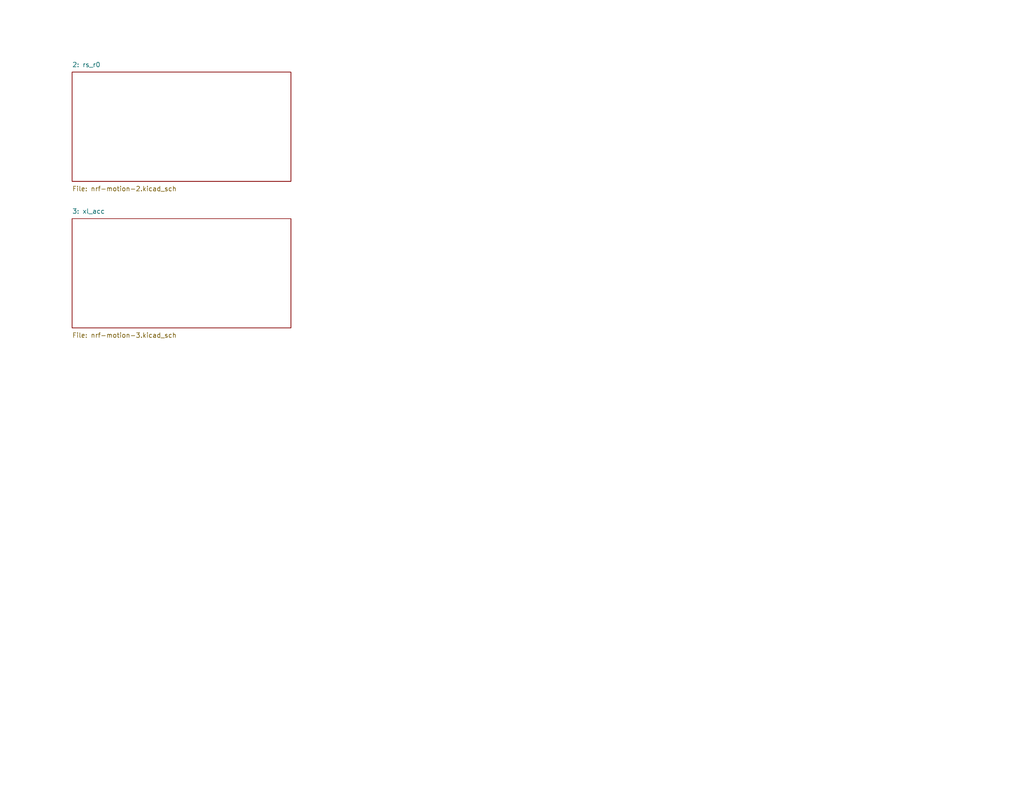
<source format=kicad_sch>
(kicad_sch (version 20230121) (generator jitx)
  (paper "A")
  (lib_symbols
    (symbol "GND"
      (property "Value" "GND" (at -2.54 -2.54 0.0))
      (symbol "GND_1_0"
        (pin power_in line (at 0.0 0.0 270) (length 0.0) (name "GND") (number "~"))
        (polyline (pts (xy 0.0 0.0) (xy 0.0 -1.27)) (stroke (width 0.127)))
        (polyline (pts (xy -1.27 -1.27) (xy 1.27 -1.27)) (stroke (width 0.254)))
        (polyline (pts (xy -0.762 -1.778) (xy 0.762 -1.778)) (stroke (width 0.254)))
        (polyline (pts (xy -0.254 -2.286) (xy 0.254 -2.286)) (stroke (width 0.254)))
      )
    )
    (symbol "VDD"
      (property "Value" "VDD" (at -2.54 2.54 0.0))
      (symbol "VDD_1_0"
        (pin power_in line (at 0.0 0.0 90) (length 0.0) (name "VDD") (number "~"))
        (polyline (pts (xy 0.0 0.0) (xy 0.0 0.635)) (stroke (width 0.127)))
        (polyline (pts (xy 0.0 1.905) (xy -0.635 0.635) (xy 0.635 0.635) (xy 0.0 1.905)) (stroke (width 0.0)) (fill (type background)))
      )
    )
    (symbol "ALTIUM_POWER_ARROW"
      (property "Value" "ALTIUM_POWER_ARROW" (at 2.54 -0.508 0.0))
      (symbol "ALTIUM_POWER_ARROW_1_0"
        (pin unspecified line (at 0.0 0.0 0) (length 0.0) (name "0") (number "~"))
        (polyline (pts (xy 0.0 0.0) (xy 1.27 0.0)) (stroke (width 0.127)))
        (polyline (pts (xy 2.794 0.0) (xy 1.27 0.762) (xy 1.27 -0.762) (xy 2.794 0.0)) (stroke (width 0.0)) (fill (type background)))
      )
    )
    (symbol "box_symbol_6L_1R_0T_0B"
      (property "Reference" "U" (at -6.35 8.982 0.0))
      (property "Value" "box_symbol_6L_1R_0T_0B" (at -6.35 7.92 0.0))
      (symbol "box_symbol_6L_1R_0T_0B_1_0"
        (pin unspecified line (at -8.89 6.35 0) (length 2.54) (name "L0") (number "~"))
        (pin unspecified line (at -8.89 3.81 0) (length 2.54) (name "L1") (number "~"))
        (pin unspecified line (at -8.89 1.27 0) (length 2.54) (name "L2") (number "~"))
        (pin unspecified line (at -8.89 -1.27 0) (length 2.54) (name "L3") (number "~"))
        (pin unspecified line (at -8.89 -3.81 0) (length 2.54) (name "L4") (number "~"))
        (pin unspecified line (at -8.89 -6.35 0) (length 2.54) (name "L5") (number "~"))
        (pin unspecified line (at 8.89 0.0 180) (length 2.54) (name "R0") (number "~"))
        (rectangle (start -6.35 -7.62) (end 6.35 7.62) (stroke (width 0.0)) (fill (type background)))
      )
    )
    (symbol "crystal_sym"
      (property "Reference" "U" (at 2.54 1.27 0.0))
      (property "Value" "crystal_sym" (at 2.54 0.508 0.0))
      (symbol "crystal_sym_1_0"
        (pin unspecified line (at -2.54 0.0 0) (length 0.0) (name "1") (number "~"))
        (pin unspecified line (at 2.54 0.0 270) (length 0.0) (name "2") (number "~"))
        (pin unspecified line (at 0.0 -5.08 90) (length 0.0) (name "gnd") (number "~"))
        (polyline (pts (xy -2.54 0.0) (xy -1.27 0.0)) (stroke (width 0.127)))
        (polyline (pts (xy -1.27 -1.27) (xy -1.27 1.27)) (stroke (width 0.254)))
        (rectangle (start -0.635 -1.27) (end 0.635 1.27) (stroke (width 0.0)) (fill (type background)))
        (polyline (pts (xy 1.27 -1.27) (xy 1.27 1.27)) (stroke (width 0.254)))
        (polyline (pts (xy 1.27 0.0) (xy 2.54 0.0)) (stroke (width 0.127)))
        (polyline (pts (xy 1.27 -2.54) (xy -1.27 -2.54)) (stroke (width 0.254)))
        (polyline (pts (xy 0.0 -2.54) (xy 0.0 -5.08)) (stroke (width 0.127)))
      )
    )
    (symbol "inductor_sym"
      (property "Reference" "U" (at 1.27 1.27 0.0))
      (property "Value" "inductor_sym" (at 1.27 -1.27 0.0))
      (symbol "inductor_sym_1_0"
        (pin unspecified line (at 0.0 -2.54 90) (length 0.0) (name "1") (number "~"))
        (pin unspecified line (at 0.0 2.54 270) (length 0.0) (name "2") (number "~"))
        (polyline (pts (xy 0.0 -2.54) (xy 0.0 -1.905)) (stroke (width 0.127)))
        (polyline (pts (xy 0.0 1.905) (xy 0.0 2.54)) (stroke (width 0.127)))
        (polyline (pts (xy 3.88825358729285e-17 1.905) (xy -0.196225791428092 1.87392088784742) (xy -0.37324363520572 1.78372579142809) (xy -0.513725791428092 1.64324363520572) (xy -0.603920887847422 1.46622579142809) (xy -0.635 1.27) (xy -0.603920887847423 1.07377420857191) (xy -0.513725791428092 0.89675636479428) (xy -0.373243635205721 0.756274208571908) (xy -0.196225791428092 0.666079112152577) (xy -1.16647607618785e-16 0.635)) (stroke (width 0.254)))
        (polyline (pts (xy 3.88825358729285e-17 0.635) (xy -0.196225791428092 0.603920887847423) (xy -0.37324363520572 0.513725791428092) (xy -0.513725791428092 0.373243635205721) (xy -0.603920887847422 0.196225791428092) (xy -0.635 7.77650717458569e-17) (xy -0.603920887847423 -0.196225791428092) (xy -0.513725791428092 -0.37324363520572) (xy -0.373243635205721 -0.513725791428092) (xy -0.196225791428092 -0.603920887847422) (xy -1.16647607618785e-16 -0.635)) (stroke (width 0.254)))
        (polyline (pts (xy 3.88825358729285e-17 -0.635) (xy -0.196225791428092 -0.666079112152577) (xy -0.37324363520572 -0.756274208571908) (xy -0.513725791428092 -0.896756364794279) (xy -0.603920887847422 -1.07377420857191) (xy -0.635 -1.27) (xy -0.603920887847423 -1.46622579142809) (xy -0.513725791428092 -1.64324363520572) (xy -0.373243635205721 -1.78372579142809) (xy -0.196225791428092 -1.87392088784742) (xy -1.16647607618785e-16 -1.905)) (stroke (width 0.254)))
      )
    )
    (symbol "ALTIUM_POWER_GND_POWER"
      (property "Value" "ALTIUM_POWER_GND_POWER" (at 2.54 -1.016 0.0))
      (symbol "ALTIUM_POWER_GND_POWER_1_0"
        (pin unspecified line (at 0.0 0.0 0) (length 0.0) (name "0") (number "~"))
        (polyline (pts (xy 0.0 0.0) (xy 1.27 0.0)) (stroke (width 0.127)))
        (polyline (pts (xy 1.27 -1.397) (xy 1.27 1.397)) (stroke (width 0.254)))
        (polyline (pts (xy 1.69545 -1.0922) (xy 1.69545 1.0922)) (stroke (width 0.254)))
        (polyline (pts (xy 2.11455 -0.762) (xy 2.11455 0.762)) (stroke (width 0.254)))
        (polyline (pts (xy 2.54 -0.4572) (xy 2.54 0.4572)) (stroke (width 0.254)))
      )
    )
    (symbol "capacitor_sym"
      (property "Reference" "U" (at 1.27 1.27 0.0))
      (property "Value" "capacitor_sym" (at 1.27 -1.27 0.0))
      (symbol "capacitor_sym_1_0"
        (pin unspecified line (at 0.0 2.54 270) (length 0.0) (name "1") (number "~"))
        (pin unspecified line (at 0.0 -2.54 90) (length 0.0) (name "2") (number "~"))
        (polyline (pts (xy 0.0 2.54) (xy 0.0 0.508)) (stroke (width 0.127)))
        (polyline (pts (xy -1.27 0.508) (xy 1.27 0.508)) (stroke (width 0.254)))
        (polyline (pts (xy 0.0 -0.508) (xy 0.0 -2.54)) (stroke (width 0.127)))
        (polyline (pts (xy -1.27 -0.508) (xy 1.27 -0.508)) (stroke (width 0.254)))
      )
    )
    (symbol "box_symbol_0L_32R_0T_0B"
      (property "Reference" "U" (at -6.35 42.002 0.0))
      (property "Value" "box_symbol_0L_32R_0T_0B" (at -6.35 40.94 0.0))
      (symbol "box_symbol_0L_32R_0T_0B_1_0"
        (pin unspecified line (at 8.89 39.37 180) (length 2.54) (name "R0") (number "~"))
        (pin unspecified line (at 8.89 36.83 180) (length 2.54) (name "R1") (number "~"))
        (pin unspecified line (at 8.89 34.29 180) (length 2.54) (name "R2") (number "~"))
        (pin unspecified line (at 8.89 31.75 180) (length 2.54) (name "R3") (number "~"))
        (pin unspecified line (at 8.89 29.21 180) (length 2.54) (name "R4") (number "~"))
        (pin unspecified line (at 8.89 26.67 180) (length 2.54) (name "R5") (number "~"))
        (pin unspecified line (at 8.89 24.13 180) (length 2.54) (name "R6") (number "~"))
        (pin unspecified line (at 8.89 21.59 180) (length 2.54) (name "R7") (number "~"))
        (pin unspecified line (at 8.89 19.05 180) (length 2.54) (name "R8") (number "~"))
        (pin unspecified line (at 8.89 16.51 180) (length 2.54) (name "R9") (number "~"))
        (pin unspecified line (at 8.89 13.97 180) (length 2.54) (name "R10") (number "~"))
        (pin unspecified line (at 8.89 11.43 180) (length 2.54) (name "R11") (number "~"))
        (pin unspecified line (at 8.89 8.89 180) (length 2.54) (name "R12") (number "~"))
        (pin unspecified line (at 8.89 6.34999999999999 180) (length 2.54) (name "R13") (number "~"))
        (pin unspecified line (at 8.89 3.81 180) (length 2.54) (name "R14") (number "~"))
        (pin unspecified line (at 8.89 1.27 180) (length 2.54) (name "R15") (number "~"))
        (pin unspecified line (at 8.89 -1.27 180) (length 2.54) (name "R16") (number "~"))
        (pin unspecified line (at 8.89 -3.81 180) (length 2.54) (name "R17") (number "~"))
        (pin unspecified line (at 8.89 -6.35 180) (length 2.54) (name "R18") (number "~"))
        (pin unspecified line (at 8.89 -8.89 180) (length 2.54) (name "R19") (number "~"))
        (pin unspecified line (at 8.89 -11.43 180) (length 2.54) (name "R20") (number "~"))
        (pin unspecified line (at 8.89 -13.97 180) (length 2.54) (name "R21") (number "~"))
        (pin unspecified line (at 8.89 -16.51 180) (length 2.54) (name "R22") (number "~"))
        (pin unspecified line (at 8.89 -19.05 180) (length 2.54) (name "R23") (number "~"))
        (pin unspecified line (at 8.89 -21.59 180) (length 2.54) (name "R24") (number "~"))
        (pin unspecified line (at 8.89 -24.13 180) (length 2.54) (name "R25") (number "~"))
        (pin unspecified line (at 8.89 -26.67 180) (length 2.54) (name "R26") (number "~"))
        (pin unspecified line (at 8.89 -29.21 180) (length 2.54) (name "R27") (number "~"))
        (pin unspecified line (at 8.89 -31.75 180) (length 2.54) (name "R28") (number "~"))
        (pin unspecified line (at 8.89 -34.29 180) (length 2.54) (name "R29") (number "~"))
        (pin unspecified line (at 8.89 -36.83 180) (length 2.54) (name "R30") (number "~"))
        (pin unspecified line (at 8.89 -39.37 180) (length 2.54) (name "R31") (number "~"))
        (rectangle (start -6.35 -40.64) (end 6.35 40.64) (stroke (width 0.0)) (fill (type background)))
      )
    )
    (symbol "box_symbol_7L_9R_0T_2B"
      (property "Reference" "U" (at -6.35 19.142 0.0))
      (property "Value" "box_symbol_7L_9R_0T_2B" (at -6.35 18.08 0.0))
      (symbol "box_symbol_7L_9R_0T_2B_1_0"
        (pin unspecified line (at -8.89 7.62 0) (length 2.54) (name "L0") (number "~"))
        (pin unspecified line (at -8.89 5.08 0) (length 2.54) (name "L1") (number "~"))
        (pin unspecified line (at -8.89 2.54 0) (length 2.54) (name "L2") (number "~"))
        (pin unspecified line (at -8.89 0.0 0) (length 2.54) (name "L3") (number "~"))
        (pin unspecified line (at -8.89 -2.54 0) (length 2.54) (name "L4") (number "~"))
        (pin unspecified line (at -8.89 -5.08 0) (length 2.54) (name "L5") (number "~"))
        (pin unspecified line (at -8.89 -7.62 0) (length 2.54) (name "L6") (number "~"))
        (pin unspecified line (at 8.89 10.16 180) (length 2.54) (name "R0") (number "~"))
        (pin unspecified line (at 8.89 7.62 180) (length 2.54) (name "R1") (number "~"))
        (pin unspecified line (at 8.89 5.08 180) (length 2.54) (name "R2") (number "~"))
        (pin unspecified line (at 8.89 2.54 180) (length 2.54) (name "R3") (number "~"))
        (pin unspecified line (at 8.89 0.0 180) (length 2.54) (name "R4") (number "~"))
        (pin unspecified line (at 8.89 -2.54 180) (length 2.54) (name "R5") (number "~"))
        (pin unspecified line (at 8.89 -5.08 180) (length 2.54) (name "R6") (number "~"))
        (pin unspecified line (at 8.89 -7.62 180) (length 2.54) (name "R7") (number "~"))
        (pin unspecified line (at 8.89 -10.16 180) (length 2.54) (name "R8") (number "~"))
        (pin unspecified line (at -1.27 -20.32 90) (length 2.54) (name "B0") (number "~"))
        (pin unspecified line (at 1.27 -20.32 90) (length 2.54) (name "B1") (number "~"))
        (rectangle (start -6.35 -17.78) (end 6.35 17.78) (stroke (width 0.0)) (fill (type background)))
      )
    )
    (symbol "supply_sym"
      (property "Value" "supply_sym" (at -2.54 2.54 0.0))
      (symbol "supply_sym_1_0"
        (pin unspecified line (at 0.0 0.0 90) (length 0.0) (name "0") (number "~"))
        (polyline (pts (xy 0.0 0.0) (xy 0.0 0.635)) (stroke (width 0.127)))
        (polyline (pts (xy 0.0 1.905) (xy -0.635 0.635) (xy 0.635 0.635) (xy 0.0 1.905)) (stroke (width 0.0)) (fill (type background)))
      )
    )
    (symbol "ground_sym"
      (property "Value" "ground_sym" (at -2.54 -2.54 0.0))
      (symbol "ground_sym_1_0"
        (pin unspecified line (at 0.0 0.0 270) (length 0.0) (name "0") (number "~"))
        (polyline (pts (xy 0.0 0.0) (xy 0.0 -1.27)) (stroke (width 0.127)))
        (polyline (pts (xy -1.27 -1.27) (xy 1.27 -1.27)) (stroke (width 0.254)))
        (polyline (pts (xy -0.762 -1.778) (xy 0.762 -1.778)) (stroke (width 0.254)))
        (polyline (pts (xy -0.254 -2.286) (xy 0.254 -2.286)) (stroke (width 0.254)))
      )
    )
    (symbol "antenna_symbol"
      (property "Reference" "U" (at -3.81 5.08 0.0))
      (property "Value" "antenna_symbol" (at -3.81 3.81 0.0))
      (symbol "antenna_symbol_1_0"
        (pin unspecified line (at -5.08 -2.54 0) (length 2.54) (name "1") (number "~"))
        (pin unspecified line (at 7.62 0.0 180) (length 2.54) (name "2") (number "~"))
        (circle (center 0.0 0.0) (radius 2.54) (stroke (width 0.0)) (fill (type background)))
        (polyline (pts (xy 0.0 1.79578) (xy 0.0 -2.54)) (stroke (width 0.127)))
        (polyline (pts (xy 0.0 0.0) (xy 1.27 1.27)) (stroke (width 0.127)))
        (polyline (pts (xy 0.0 0.0) (xy -1.27 1.27)) (stroke (width 0.127)))
        (polyline (pts (xy 0.0 -2.54) (xy -2.54 -2.54)) (stroke (width 0.127)))
        (polyline (pts (xy 2.54 0.0) (xy 5.08 0.0)) (stroke (width 0.127)))
      )
    )
    (symbol "box_symbol_0L_16R_0T_0B"
      (property "Reference" "U" (at -6.35 21.682 0.0))
      (property "Value" "box_symbol_0L_16R_0T_0B" (at -6.35 20.62 0.0))
      (symbol "box_symbol_0L_16R_0T_0B_1_0"
        (pin unspecified line (at 8.89 19.05 180) (length 2.54) (name "R0") (number "~"))
        (pin unspecified line (at 8.89 16.51 180) (length 2.54) (name "R1") (number "~"))
        (pin unspecified line (at 8.89 13.97 180) (length 2.54) (name "R2") (number "~"))
        (pin unspecified line (at 8.89 11.43 180) (length 2.54) (name "R3") (number "~"))
        (pin unspecified line (at 8.89 8.89 180) (length 2.54) (name "R4") (number "~"))
        (pin unspecified line (at 8.89 6.35 180) (length 2.54) (name "R5") (number "~"))
        (pin unspecified line (at 8.89 3.81 180) (length 2.54) (name "R6") (number "~"))
        (pin unspecified line (at 8.89 1.27 180) (length 2.54) (name "R7") (number "~"))
        (pin unspecified line (at 8.89 -1.27 180) (length 2.54) (name "R8") (number "~"))
        (pin unspecified line (at 8.89 -3.81 180) (length 2.54) (name "R9") (number "~"))
        (pin unspecified line (at 8.89 -6.35 180) (length 2.54) (name "R10") (number "~"))
        (pin unspecified line (at 8.89 -8.89 180) (length 2.54) (name "R11") (number "~"))
        (pin unspecified line (at 8.89 -11.43 180) (length 2.54) (name "R12") (number "~"))
        (pin unspecified line (at 8.89 -13.97 180) (length 2.54) (name "R13") (number "~"))
        (pin unspecified line (at 8.89 -16.51 180) (length 2.54) (name "R14") (number "~"))
        (pin unspecified line (at 8.89 -19.05 180) (length 2.54) (name "R15") (number "~"))
        (rectangle (start -6.35 -20.32) (end 6.35 20.32) (stroke (width 0.0)) (fill (type background)))
      )
    )
    (symbol "BS_08_B2AA016"
      (property "Reference" "U" (at 0.0 3.0 0.0))
      (property "Value" "BS_08_B2AA016" (at 0.0 2.0 0.0))
      (symbol "BS_08_B2AA016_1_0"
        (pin unspecified line (at 5.08001016002032 0.0 180) (length 3.81000762001524) (name "2") (number "~"))
        (pin unspecified line (at -5.08001016002032 0.0 0) (length 3.81000762001524) (name "1") (number "~"))
        (polyline (pts (xy 1.01600203200406 1.27000254000508) (xy 1.01600203200406 -1.01600203200406)) (stroke (width 0.254000508001016)) (fill (type background)))
        (polyline (pts (xy 0.254000508001016 2.28600457200914) (xy 0.254000508001016 -1.77800355600711)) (stroke (width 0.254000508001016)) (fill (type background)))
        (polyline (pts (xy -0.508001016002032 1.27000254000508) (xy -0.508001016002032 -1.01600203200406)) (stroke (width 0.254000508001016)) (fill (type background)))
        (polyline (pts (xy -1.27000254000508 2.28600457200914) (xy -1.27000254000508 -1.77800355600711)) (stroke (width 0.254000508001016)) (fill (type background)))
      )
    )
    (symbol "resistor_sym"
      (property "Reference" "U" (at 1.27 1.27 0.0))
      (property "Value" "resistor_sym" (at 1.27 -1.27 0.0))
      (symbol "resistor_sym_1_0"
        (pin unspecified line (at 0.0 -2.54 90) (length 0.0) (name "1") (number "~"))
        (pin unspecified line (at 0.0 2.54 270) (length 0.0) (name "2") (number "~"))
        (polyline (pts (xy 0.0 -2.54) (xy 0.0 -1.5875)) (stroke (width 0.127)))
        (polyline (pts (xy 0.0 -1.5875) (xy -0.762 -1.27) (xy 0.762 -0.635) (xy -0.762 0.0) (xy 0.762 0.635) (xy -0.762 1.27) (xy 0.0 1.5875)) (stroke (width 0.254)))
        (polyline (pts (xy 0.0 1.5875) (xy 0.0 2.54)) (stroke (width 0.127)))
      )
    )
    (symbol "box_symbol_7L_3R_2T_3B"
      (property "Reference" "U" (at -6.35 16.602 0.0))
      (property "Value" "box_symbol_7L_3R_2T_3B" (at -6.35 15.54 0.0))
      (symbol "box_symbol_7L_3R_2T_3B_1_0"
        (pin unspecified line (at -8.89 7.62 0) (length 2.54) (name "L0") (number "~"))
        (pin unspecified line (at -8.89 5.08 0) (length 2.54) (name "L1") (number "~"))
        (pin unspecified line (at -8.89 2.54 0) (length 2.54) (name "L2") (number "~"))
        (pin unspecified line (at -8.89 0.0 0) (length 2.54) (name "L3") (number "~"))
        (pin unspecified line (at -8.89 -2.54 0) (length 2.54) (name "L4") (number "~"))
        (pin unspecified line (at -8.89 -5.08 0) (length 2.54) (name "L5") (number "~"))
        (pin unspecified line (at -8.89 -7.62 0) (length 2.54) (name "L6") (number "~"))
        (pin unspecified line (at 8.89 2.54 180) (length 2.54) (name "R0") (number "~"))
        (pin unspecified line (at 8.89 0.0 180) (length 2.54) (name "R1") (number "~"))
        (pin unspecified line (at 8.89 -2.54 180) (length 2.54) (name "R2") (number "~"))
        (pin unspecified line (at -1.27 17.78 270) (length 2.54) (name "T0") (number "~"))
        (pin unspecified line (at 1.27 17.78 270) (length 2.54) (name "T1") (number "~"))
        (pin unspecified line (at -2.54 -17.78 90) (length 2.54) (name "B0") (number "~"))
        (pin unspecified line (at 0.0 -17.78 90) (length 2.54) (name "B1") (number "~"))
        (pin unspecified line (at 2.54 -17.78 90) (length 2.54) (name "B2") (number "~"))
        (rectangle (start -6.35 -15.24) (end 6.35 15.24) (stroke (width 0.0)) (fill (type background)))
      )
    )
    (symbol "my_inductor"
      (property "Reference" "L" (at 1.27 1.27 0.0))
      (property "Value" "my_inductor" (at 1.27 -1.27 0.0))
      (symbol "my_inductor_1_0"
        (pin unspecified line (at 0.0 -2.54 90) (length 0.0) (name "1") (number "1"))
        (pin unspecified line (at 0.0 2.54 270) (length 0.0) (name "2") (number "2"))
        (polyline (pts (xy 0.0 -2.54) (xy 0.0 -1.905)) (stroke (width 0.127)))
        (polyline (pts (xy 0.0 1.905) (xy 0.0 2.54)) (stroke (width 0.127)))
        (polyline (pts (xy 3.88825358729285e-17 1.905) (xy -0.196225791428092 1.87392088784742) (xy -0.37324363520572 1.78372579142809) (xy -0.513725791428092 1.64324363520572) (xy -0.603920887847422 1.46622579142809) (xy -0.635 1.27) (xy -0.603920887847423 1.07377420857191) (xy -0.513725791428092 0.89675636479428) (xy -0.373243635205721 0.756274208571908) (xy -0.196225791428092 0.666079112152577) (xy -1.16647607618785e-16 0.635)) (stroke (width 0.254)))
        (polyline (pts (xy 3.88825358729285e-17 0.635) (xy -0.196225791428092 0.603920887847423) (xy -0.37324363520572 0.513725791428092) (xy -0.513725791428092 0.373243635205721) (xy -0.603920887847422 0.196225791428092) (xy -0.635 7.77650717458569e-17) (xy -0.603920887847423 -0.196225791428092) (xy -0.513725791428092 -0.37324363520572) (xy -0.373243635205721 -0.513725791428092) (xy -0.196225791428092 -0.603920887847422) (xy -1.16647607618785e-16 -0.635)) (stroke (width 0.254)))
        (polyline (pts (xy 3.88825358729285e-17 -0.635) (xy -0.196225791428092 -0.666079112152577) (xy -0.37324363520572 -0.756274208571908) (xy -0.513725791428092 -0.896756364794279) (xy -0.603920887847422 -1.07377420857191) (xy -0.635 -1.27) (xy -0.603920887847423 -1.46622579142809) (xy -0.513725791428092 -1.64324363520572) (xy -0.373243635205721 -1.78372579142809) (xy -0.196225791428092 -1.87392088784742) (xy -1.16647607618785e-16 -1.905)) (stroke (width 0.254)))
      )
    )
    (symbol "my_capacitor"
      (property "Reference" "C" (at 1.27 1.27 0.0))
      (property "Value" "my_capacitor" (at 1.27 -1.27 0.0))
      (symbol "my_capacitor_1_0"
        (pin unspecified line (at 0.0 2.54 270) (length 0.0) (name "1") (number "1"))
        (pin unspecified line (at 0.0 -2.54 90) (length 0.0) (name "2") (number "2"))
        (polyline (pts (xy 0.0 2.54) (xy 0.0 0.508)) (stroke (width 0.127)))
        (polyline (pts (xy -1.27 0.508) (xy 1.27 0.508)) (stroke (width 0.254)))
        (polyline (pts (xy 0.0 -0.508) (xy 0.0 -2.54)) (stroke (width 0.127)))
        (polyline (pts (xy -1.27 -0.508) (xy 1.27 -0.508)) (stroke (width 0.254)))
      )
    )
    (symbol "my_capacitor_1"
      (property "Reference" "C" (at 1.27 1.27 0.0))
      (property "Value" "my_capacitor_1" (at 1.27 -1.27 0.0))
      (symbol "my_capacitor_1_1_0"
        (pin unspecified line (at 0.0 2.54 270) (length 0.0) (name "1") (number "1"))
        (pin unspecified line (at 0.0 -2.54 90) (length 0.0) (name "2") (number "2"))
        (polyline (pts (xy 0.0 2.54) (xy 0.0 0.508)) (stroke (width 0.127)))
        (polyline (pts (xy -1.27 0.508) (xy 1.27 0.508)) (stroke (width 0.254)))
        (polyline (pts (xy 0.0 -0.508) (xy 0.0 -2.54)) (stroke (width 0.127)))
        (polyline (pts (xy -1.27 -0.508) (xy 1.27 -0.508)) (stroke (width 0.254)))
      )
    )
    (symbol "my_capacitor_2"
      (property "Reference" "C" (at 1.27 1.27 0.0))
      (property "Value" "my_capacitor_2" (at 1.27 -1.27 0.0))
      (symbol "my_capacitor_2_1_0"
        (pin unspecified line (at 0.0 2.54 270) (length 0.0) (name "1") (number "1"))
        (pin unspecified line (at 0.0 -2.54 90) (length 0.0) (name "2") (number "2"))
        (polyline (pts (xy 0.0 2.54) (xy 0.0 0.508)) (stroke (width 0.127)))
        (polyline (pts (xy -1.27 0.508) (xy 1.27 0.508)) (stroke (width 0.254)))
        (polyline (pts (xy 0.0 -0.508) (xy 0.0 -2.54)) (stroke (width 0.127)))
        (polyline (pts (xy -1.27 -0.508) (xy 1.27 -0.508)) (stroke (width 0.254)))
      )
    )
    (symbol "XCVR_NRF52840_QIAA_R"
      (property "Reference" "U" (at -6.35 21.682 0.0))
      (property "Value" "XCVR_NRF52840_QIAA_R" (at -6.35 20.62 0.0))
      (symbol "XCVR_NRF52840_QIAA_R_1_0"
        (pin unspecified line (at 8.89 19.05 180) (length 2.54) (name "P1_0") (number "AD22"))
        (pin unspecified line (at 8.89 16.51 180) (length 2.54) (name "P1_1") (number "Y23"))
        (pin unspecified line (at 8.89 13.97 180) (length 2.54) (name "P1_2") (number "W24"))
        (pin unspecified line (at 8.89 11.43 180) (length 2.54) (name "P1_3") (number "V23"))
        (pin unspecified line (at 8.89 8.89 180) (length 2.54) (name "P1_4") (number "U24"))
        (pin unspecified line (at 8.89 6.35 180) (length 2.54) (name "P1_5") (number "T23"))
        (pin unspecified line (at 8.89 3.81 180) (length 2.54) (name "P1_6") (number "R24"))
        (pin unspecified line (at 8.89 1.27 180) (length 2.54) (name "P1_7") (number "P23"))
        (pin unspecified line (at 8.89 -1.27 180) (length 2.54) (name "P1_8") (number "P2"))
        (pin unspecified line (at 8.89 -3.81 180) (length 2.54) (name "P1_9") (number "R1"))
        (pin unspecified line (at 8.89 -6.35 180) (length 2.54) (name "P1_10") (number "A20"))
        (pin unspecified line (at 8.89 -8.89 180) (length 2.54) (name "P1_11") (number "B19"))
        (pin unspecified line (at 8.89 -11.43 180) (length 2.54) (name "P1_12") (number "B17"))
        (pin unspecified line (at 8.89 -13.97 180) (length 2.54) (name "P1_13") (number "A16"))
        (pin unspecified line (at 8.89 -16.51 180) (length 2.54) (name "P1_14") (number "B15"))
        (pin unspecified line (at 8.89 -19.05 180) (length 2.54) (name "P1_15") (number "A14"))
        (rectangle (start -6.35 -20.32) (end 6.35 20.32) (stroke (width 0.0)) (fill (type background)))
      )
      (symbol "XCVR_NRF52840_QIAA_R_2_0"
        (pin unspecified line (at 8.89 39.37 180) (length 2.54) (name "P0_0") (number "D2"))
        (pin unspecified line (at 8.89 36.83 180) (length 2.54) (name "P0_1") (number "F2"))
        (pin unspecified line (at 8.89 34.29 180) (length 2.54) (name "P0_2") (number "A12"))
        (pin unspecified line (at 8.89 31.75 180) (length 2.54) (name "P0_3") (number "B13"))
        (pin unspecified line (at 8.89 29.21 180) (length 2.54) (name "P0_4") (number "J1"))
        (pin unspecified line (at 8.89 26.67 180) (length 2.54) (name "P0_5") (number "K2"))
        (pin unspecified line (at 8.89 24.13 180) (length 2.54) (name "P0_6") (number "L1"))
        (pin unspecified line (at 8.89 21.59 180) (length 2.54) (name "P0_7") (number "M2"))
        (pin unspecified line (at 8.89 19.05 180) (length 2.54) (name "P0_8") (number "N1"))
        (pin unspecified line (at 8.89 16.51 180) (length 2.54) (name "P0_9") (number "L24"))
        (pin unspecified line (at 8.89 13.97 180) (length 2.54) (name "P0_10") (number "J24"))
        (pin unspecified line (at 8.89 11.43 180) (length 2.54) (name "P0_11") (number "T2"))
        (pin unspecified line (at 8.89 8.89 180) (length 2.54) (name "P0_12") (number "U1"))
        (pin unspecified line (at 8.89 6.34999999999999 180) (length 2.54) (name "P0_13") (number "AD8"))
        (pin unspecified line (at 8.89 3.81 180) (length 2.54) (name "P0_14") (number "AC9"))
        (pin unspecified line (at 8.89 1.27 180) (length 2.54) (name "P0_15") (number "AD10"))
        (pin unspecified line (at 8.89 -1.27 180) (length 2.54) (name "P0_16") (number "AC11"))
        (pin unspecified line (at 8.89 -3.81 180) (length 2.54) (name "P0_17") (number "AD12"))
        (pin unspecified line (at 8.89 -6.35 180) (length 2.54) (name "P0_18") (number "AC13"))
        (pin unspecified line (at 8.89 -8.89 180) (length 2.54) (name "P0_19") (number "AC15"))
        (pin unspecified line (at 8.89 -11.43 180) (length 2.54) (name "P0_20") (number "AD16"))
        (pin unspecified line (at 8.89 -13.97 180) (length 2.54) (name "P0_21") (number "AC17"))
        (pin unspecified line (at 8.89 -16.51 180) (length 2.54) (name "P0_22") (number "AD18"))
        (pin unspecified line (at 8.89 -19.05 180) (length 2.54) (name "P0_23") (number "AC19"))
        (pin unspecified line (at 8.89 -21.59 180) (length 2.54) (name "P0_24") (number "AD20"))
        (pin unspecified line (at 8.89 -24.13 180) (length 2.54) (name "P0_25") (number "AC21"))
        (pin unspecified line (at 8.89 -26.67 180) (length 2.54) (name "P0_26") (number "G1"))
        (pin unspecified line (at 8.89 -29.21 180) (length 2.54) (name "P0_27") (number "H2"))
        (pin unspecified line (at 8.89 -31.75 180) (length 2.54) (name "P0_28") (number "B11"))
        (pin unspecified line (at 8.89 -34.29 180) (length 2.54) (name "P0_29") (number "A10"))
        (pin unspecified line (at 8.89 -36.83 180) (length 2.54) (name "P0_30") (number "B9"))
        (pin unspecified line (at 8.89 -39.37 180) (length 2.54) (name "P0_31") (number "A8"))
        (rectangle (start -6.35 -40.64) (end 6.35 40.64) (stroke (width 0.0)) (fill (type background)))
      )
      (symbol "XCVR_NRF52840_QIAA_R_3_0"
        (pin unspecified line (at -8.89 7.62 0) (length 2.54) (name "VBUS") (number "AD2"))
        (pin unspecified line (at -8.89 5.08 0) (length 2.54) (name "VDD0") (number "A22"))
        (pin unspecified line (at -8.89 2.54 0) (length 2.54) (name "VDD1") (number "AD14"))
        (pin unspecified line (at -8.89 0.0 0) (length 2.54) (name "VDD2") (number "AD23"))
        (pin unspecified line (at -8.89 -2.54 0) (length 2.54) (name "VDD3") (number "B1"))
        (pin unspecified line (at -8.89 -5.08 0) (length 2.54) (name "VDD4") (number "W1"))
        (pin unspecified line (at -8.89 -7.62 0) (length 2.54) (name "VDDH") (number "Y2"))
        (pin unspecified line (at 8.89 10.16 180) (length 2.54) (name "DCC") (number "B3"))
        (pin unspecified line (at 8.89 7.62 180) (length 2.54) (name "DCCH") (number "AB2"))
        (pin unspecified line (at 8.89 5.08 180) (length 2.54) (name "DEC1") (number "C1"))
        (pin unspecified line (at 8.89 2.54 180) (length 2.54) (name "DEC2") (number "A18"))
        (pin unspecified line (at 8.89 0.0 180) (length 2.54) (name "DEC3") (number "D23"))
        (pin unspecified line (at 8.89 -2.54 180) (length 2.54) (name "DEC4") (number "B5"))
        (pin unspecified line (at 8.89 -5.08 180) (length 2.54) (name "DEC5") (number "N24"))
        (pin unspecified line (at 8.89 -7.62 180) (length 2.54) (name "DEC6") (number "E24"))
        (pin unspecified line (at 8.89 -10.16 180) (length 2.54) (name "DECUSB") (number "AC5"))
        (pin unspecified line (at -1.27 -20.32 90) (length 2.54) (name "VSS") (number "B7"))
        (pin unspecified line (at -1.27 -20.32 90) (length 0.0) (name "VSS") (number "74"))
        (pin unspecified line (at 1.27 -20.32 90) (length 2.54) (name "VSS_PA") (number "F23"))
        (rectangle (start -6.35 -17.78) (end 6.35 17.78) (stroke (width 0.0)) (fill (type background)))
      )
      (symbol "XCVR_NRF52840_QIAA_R_4_0"
        (pin unspecified line (at -8.89 6.35 0) (length 2.54) (name "D-") (number "AD4"))
        (pin unspecified line (at -8.89 3.81 0) (length 2.54) (name "D+") (number "AD6"))
        (pin unspecified line (at -8.89 1.27 0) (length 2.54) (name "SWDCLK") (number "AA24"))
        (pin unspecified line (at -8.89 -1.27 0) (length 2.54) (name "SWDIO") (number "AC24"))
        (pin unspecified line (at -8.89 -3.81 0) (length 2.54) (name "XC1") (number "B24"))
        (pin unspecified line (at -8.89 -6.35 0) (length 2.54) (name "XC2") (number "A23"))
        (pin unspecified line (at 8.89 0.0 180) (length 2.54) (name "ANT") (number "H23"))
        (rectangle (start -6.35 -7.62) (end 6.35 7.62) (stroke (width 0.0)) (fill (type background)))
      )
    )
    (symbol "my_capacitor_3"
      (property "Reference" "C" (at 1.27 1.27 0.0))
      (property "Value" "my_capacitor_3" (at 1.27 -1.27 0.0))
      (symbol "my_capacitor_3_1_0"
        (pin unspecified line (at 0.0 2.54 270) (length 0.0) (name "1") (number "1"))
        (pin unspecified line (at 0.0 -2.54 90) (length 0.0) (name "2") (number "2"))
        (polyline (pts (xy 0.0 2.54) (xy 0.0 0.508)) (stroke (width 0.127)))
        (polyline (pts (xy -1.27 0.508) (xy 1.27 0.508)) (stroke (width 0.254)))
        (polyline (pts (xy 0.0 -0.508) (xy 0.0 -2.54)) (stroke (width 0.127)))
        (polyline (pts (xy -1.27 -0.508) (xy 1.27 -0.508)) (stroke (width 0.254)))
      )
    )
    (symbol "my_capacitor_4"
      (property "Reference" "C" (at 1.27 1.27 0.0))
      (property "Value" "my_capacitor_4" (at 1.27 -1.27 0.0))
      (symbol "my_capacitor_4_1_0"
        (pin unspecified line (at 0.0 2.54 270) (length 0.0) (name "1") (number "1"))
        (pin unspecified line (at 0.0 -2.54 90) (length 0.0) (name "2") (number "2"))
        (polyline (pts (xy 0.0 2.54) (xy 0.0 0.508)) (stroke (width 0.127)))
        (polyline (pts (xy -1.27 0.508) (xy 1.27 0.508)) (stroke (width 0.254)))
        (polyline (pts (xy 0.0 -0.508) (xy 0.0 -2.54)) (stroke (width 0.127)))
        (polyline (pts (xy -1.27 -0.508) (xy 1.27 -0.508)) (stroke (width 0.254)))
      )
    )
    (symbol "my_capacitor_5"
      (property "Reference" "C" (at 1.27 1.27 0.0))
      (property "Value" "my_capacitor_5" (at 1.27 -1.27 0.0))
      (symbol "my_capacitor_5_1_0"
        (pin unspecified line (at 0.0 2.54 270) (length 0.0) (name "1") (number "1"))
        (pin unspecified line (at 0.0 -2.54 90) (length 0.0) (name "2") (number "2"))
        (polyline (pts (xy 0.0 2.54) (xy 0.0 0.508)) (stroke (width 0.127)))
        (polyline (pts (xy -1.27 0.508) (xy 1.27 0.508)) (stroke (width 0.254)))
        (polyline (pts (xy 0.0 -0.508) (xy 0.0 -2.54)) (stroke (width 0.127)))
        (polyline (pts (xy -1.27 -0.508) (xy 1.27 -0.508)) (stroke (width 0.254)))
      )
    )
    (symbol "my_capacitor_6"
      (property "Reference" "C" (at 1.27 1.27 0.0))
      (property "Value" "my_capacitor_6" (at 1.27 -1.27 0.0))
      (symbol "my_capacitor_6_1_0"
        (pin unspecified line (at 0.0 2.54 270) (length 0.0) (name "1") (number "1"))
        (pin unspecified line (at 0.0 -2.54 90) (length 0.0) (name "2") (number "2"))
        (polyline (pts (xy 0.0 2.54) (xy 0.0 0.508)) (stroke (width 0.127)))
        (polyline (pts (xy -1.27 0.508) (xy 1.27 0.508)) (stroke (width 0.254)))
        (polyline (pts (xy 0.0 -0.508) (xy 0.0 -2.54)) (stroke (width 0.127)))
        (polyline (pts (xy -1.27 -0.508) (xy 1.27 -0.508)) (stroke (width 0.254)))
      )
    )
    (symbol "my_resistor"
      (property "Reference" "R" (at 1.27 1.27 0.0))
      (property "Value" "my_resistor" (at 1.27 -1.27 0.0))
      (symbol "my_resistor_1_0"
        (pin unspecified line (at 0.0 -2.54 90) (length 0.0) (name "1") (number "1"))
        (pin unspecified line (at 0.0 2.54 270) (length 0.0) (name "2") (number "2"))
        (polyline (pts (xy 0.0 -2.54) (xy 0.0 -1.5875)) (stroke (width 0.127)))
        (polyline (pts (xy 0.0 -1.5875) (xy -0.762 -1.27) (xy 0.762 -0.635) (xy -0.762 0.0) (xy 0.762 0.635) (xy -0.762 1.27) (xy 0.0 1.5875)) (stroke (width 0.254)))
        (polyline (pts (xy 0.0 1.5875) (xy 0.0 2.54)) (stroke (width 0.127)))
      )
    )
    (symbol "C964792"
      (property "Reference" "BT" (at 0.0 3.0 0.0))
      (property "Value" "C964792" (at 0.0 2.0 0.0))
      (symbol "C964792_1_0"
        (pin unspecified line (at 5.08001016002032 0.0 180) (length 3.81000762001524) (name "2") (number "2"))
        (pin unspecified line (at -5.08001016002032 0.0 0) (length 3.81000762001524) (name "1") (number "1"))
        (polyline (pts (xy 1.01600203200406 1.27000254000508) (xy 1.01600203200406 -1.01600203200406)) (stroke (width 0.254000508001016)) (fill (type background)))
        (polyline (pts (xy 0.254000508001016 2.28600457200914) (xy 0.254000508001016 -1.77800355600711)) (stroke (width 0.254000508001016)) (fill (type background)))
        (polyline (pts (xy -0.508001016002032 1.27000254000508) (xy -0.508001016002032 -1.01600203200406)) (stroke (width 0.254000508001016)) (fill (type background)))
        (polyline (pts (xy -1.27000254000508 2.28600457200914) (xy -1.27000254000508 -1.77800355600711)) (stroke (width 0.254000508001016)) (fill (type background)))
      )
    )
    (symbol "my_capacitor_7"
      (property "Reference" "C" (at 1.27 1.27 0.0))
      (property "Value" "my_capacitor_7" (at 1.27 -1.27 0.0))
      (symbol "my_capacitor_7_1_0"
        (pin unspecified line (at 0.0 2.54 270) (length 0.0) (name "1") (number "1"))
        (pin unspecified line (at 0.0 -2.54 90) (length 0.0) (name "2") (number "2"))
        (polyline (pts (xy 0.0 2.54) (xy 0.0 0.508)) (stroke (width 0.127)))
        (polyline (pts (xy -1.27 0.508) (xy 1.27 0.508)) (stroke (width 0.254)))
        (polyline (pts (xy 0.0 -0.508) (xy 0.0 -2.54)) (stroke (width 0.127)))
        (polyline (pts (xy -1.27 -0.508) (xy 1.27 -0.508)) (stroke (width 0.254)))
      )
    )
    (symbol "my_capacitor_8"
      (property "Reference" "C" (at 1.27 1.27 0.0))
      (property "Value" "my_capacitor_8" (at 1.27 -1.27 0.0))
      (symbol "my_capacitor_8_1_0"
        (pin unspecified line (at 0.0 2.54 270) (length 0.0) (name "1") (number "1"))
        (pin unspecified line (at 0.0 -2.54 90) (length 0.0) (name "2") (number "2"))
        (polyline (pts (xy 0.0 2.54) (xy 0.0 0.508)) (stroke (width 0.127)))
        (polyline (pts (xy -1.27 0.508) (xy 1.27 0.508)) (stroke (width 0.254)))
        (polyline (pts (xy 0.0 -0.508) (xy 0.0 -2.54)) (stroke (width 0.127)))
        (polyline (pts (xy -1.27 -0.508) (xy 1.27 -0.508)) (stroke (width 0.254)))
      )
    )
    (symbol "my_capacitor_9"
      (property "Reference" "C" (at 1.27 1.27 0.0))
      (property "Value" "my_capacitor_9" (at 1.27 -1.27 0.0))
      (symbol "my_capacitor_9_1_0"
        (pin unspecified line (at 0.0 2.54 270) (length 0.0) (name "1") (number "1"))
        (pin unspecified line (at 0.0 -2.54 90) (length 0.0) (name "2") (number "2"))
        (polyline (pts (xy 0.0 2.54) (xy 0.0 0.508)) (stroke (width 0.127)))
        (polyline (pts (xy -1.27 0.508) (xy 1.27 0.508)) (stroke (width 0.254)))
        (polyline (pts (xy 0.0 -0.508) (xy 0.0 -2.54)) (stroke (width 0.127)))
        (polyline (pts (xy -1.27 -0.508) (xy 1.27 -0.508)) (stroke (width 0.254)))
      )
    )
    (symbol "my_capacitor_10"
      (property "Reference" "C" (at 1.27 1.27 0.0))
      (property "Value" "my_capacitor_10" (at 1.27 -1.27 0.0))
      (symbol "my_capacitor_10_1_0"
        (pin unspecified line (at 0.0 2.54 270) (length 0.0) (name "1") (number "1"))
        (pin unspecified line (at 0.0 -2.54 90) (length 0.0) (name "2") (number "2"))
        (polyline (pts (xy 0.0 2.54) (xy 0.0 0.508)) (stroke (width 0.127)))
        (polyline (pts (xy -1.27 0.508) (xy 1.27 0.508)) (stroke (width 0.254)))
        (polyline (pts (xy 0.0 -0.508) (xy 0.0 -2.54)) (stroke (width 0.127)))
        (polyline (pts (xy -1.27 -0.508) (xy 1.27 -0.508)) (stroke (width 0.254)))
      )
    )
    (symbol "inverted_f_antenna_cmp"
      (property "Reference" "ANT" (at -3.81 5.08 0.0))
      (property "Value" "inverted_f_antenna_cmp" (at -3.81 3.81 0.0))
      (symbol "inverted_f_antenna_cmp_1_0"
        (pin unspecified line (at -5.08 -2.54 0) (length 2.54) (name "launch") (number "launch"))
        (pin unspecified line (at 7.62 0.0 180) (length 2.54) (name "gnd") (number "gnd"))
        (circle (center 0.0 0.0) (radius 2.54) (stroke (width 0.0)) (fill (type background)))
        (polyline (pts (xy 0.0 1.79578) (xy 0.0 -2.54)) (stroke (width 0.127)))
        (polyline (pts (xy 0.0 0.0) (xy 1.27 1.27)) (stroke (width 0.127)))
        (polyline (pts (xy 0.0 0.0) (xy -1.27 1.27)) (stroke (width 0.127)))
        (polyline (pts (xy 0.0 -2.54) (xy -2.54 -2.54)) (stroke (width 0.127)))
        (polyline (pts (xy 2.54 0.0) (xy 5.08 0.0)) (stroke (width 0.127)))
      )
    )
    (symbol "my_capacitor_11"
      (property "Reference" "C" (at 1.27 1.27 0.0))
      (property "Value" "my_capacitor_11" (at 1.27 -1.27 0.0))
      (symbol "my_capacitor_11_1_0"
        (pin unspecified line (at 0.0 2.54 270) (length 0.0) (name "1") (number "1"))
        (pin unspecified line (at 0.0 -2.54 90) (length 0.0) (name "2") (number "2"))
        (polyline (pts (xy 0.0 2.54) (xy 0.0 0.508)) (stroke (width 0.127)))
        (polyline (pts (xy -1.27 0.508) (xy 1.27 0.508)) (stroke (width 0.254)))
        (polyline (pts (xy 0.0 -0.508) (xy 0.0 -2.54)) (stroke (width 0.127)))
        (polyline (pts (xy -1.27 -0.508) (xy 1.27 -0.508)) (stroke (width 0.254)))
      )
    )
    (symbol "my_capacitor_12"
      (property "Reference" "C" (at 1.27 1.27 0.0))
      (property "Value" "my_capacitor_12" (at 1.27 -1.27 0.0))
      (symbol "my_capacitor_12_1_0"
        (pin unspecified line (at 0.0 2.54 270) (length 0.0) (name "1") (number "1"))
        (pin unspecified line (at 0.0 -2.54 90) (length 0.0) (name "2") (number "2"))
        (polyline (pts (xy 0.0 2.54) (xy 0.0 0.508)) (stroke (width 0.127)))
        (polyline (pts (xy -1.27 0.508) (xy 1.27 0.508)) (stroke (width 0.254)))
        (polyline (pts (xy 0.0 -0.508) (xy 0.0 -2.54)) (stroke (width 0.127)))
        (polyline (pts (xy -1.27 -0.508) (xy 1.27 -0.508)) (stroke (width 0.254)))
      )
    )
    (symbol "component"
      (property "Reference" "X" (at 2.54 1.27 0.0))
      (property "Value" "component" (at 2.54 0.508 0.0))
      (symbol "component_1_0"
        (pin unspecified line (at -2.54 0.0 0) (length 0.0) (name "1") (number "1"))
        (pin unspecified line (at 2.54 0.0 270) (length 0.0) (name "2") (number "3"))
        (pin unspecified line (at 0.0 -5.08 90) (length 0.0) (name "gnd") (number "4"))
        (pin unspecified line (at 0.0 -5.08 90) (length 0.0) (name "gnd") (number "2"))
        (polyline (pts (xy -2.54 0.0) (xy -1.27 0.0)) (stroke (width 0.127)))
        (polyline (pts (xy -1.27 -1.27) (xy -1.27 1.27)) (stroke (width 0.254)))
        (rectangle (start -0.635 -1.27) (end 0.635 1.27) (stroke (width 0.0)) (fill (type background)))
        (polyline (pts (xy 1.27 -1.27) (xy 1.27 1.27)) (stroke (width 0.254)))
        (polyline (pts (xy 1.27 0.0) (xy 2.54 0.0)) (stroke (width 0.127)))
        (polyline (pts (xy 1.27 -2.54) (xy -1.27 -2.54)) (stroke (width 0.254)))
        (polyline (pts (xy 0.0 -2.54) (xy 0.0 -5.08)) (stroke (width 0.127)))
      )
    )
    (symbol "my_capacitor_13"
      (property "Reference" "C" (at 1.27 1.27 0.0))
      (property "Value" "my_capacitor_13" (at 1.27 -1.27 0.0))
      (symbol "my_capacitor_13_1_0"
        (pin unspecified line (at 0.0 2.54 270) (length 0.0) (name "1") (number "1"))
        (pin unspecified line (at 0.0 -2.54 90) (length 0.0) (name "2") (number "2"))
        (polyline (pts (xy 0.0 2.54) (xy 0.0 0.508)) (stroke (width 0.127)))
        (polyline (pts (xy -1.27 0.508) (xy 1.27 0.508)) (stroke (width 0.254)))
        (polyline (pts (xy 0.0 -0.508) (xy 0.0 -2.54)) (stroke (width 0.127)))
        (polyline (pts (xy -1.27 -0.508) (xy 1.27 -0.508)) (stroke (width 0.254)))
      )
    )
    (symbol "my_capacitor_14"
      (property "Reference" "C" (at 1.27 1.27 0.0))
      (property "Value" "my_capacitor_14" (at 1.27 -1.27 0.0))
      (symbol "my_capacitor_14_1_0"
        (pin unspecified line (at 0.0 2.54 270) (length 0.0) (name "1") (number "1"))
        (pin unspecified line (at 0.0 -2.54 90) (length 0.0) (name "2") (number "2"))
        (polyline (pts (xy 0.0 2.54) (xy 0.0 0.508)) (stroke (width 0.127)))
        (polyline (pts (xy -1.27 0.508) (xy 1.27 0.508)) (stroke (width 0.254)))
        (polyline (pts (xy 0.0 -0.508) (xy 0.0 -2.54)) (stroke (width 0.127)))
        (polyline (pts (xy -1.27 -0.508) (xy 1.27 -0.508)) (stroke (width 0.254)))
      )
    )
    (symbol "XDCR_LIS3DHTR"
      (property "Reference" "U" (at -6.35 16.602 0.0))
      (property "Value" "XDCR_LIS3DHTR" (at -6.35 15.54 0.0))
      (symbol "XDCR_LIS3DHTR_1_0"
        (pin unspecified line (at -8.89 7.62 0) (length 2.54) (name "CS") (number "8"))
        (pin unspecified line (at -8.89 5.08 0) (length 2.54) (name "SA0") (number "7"))
        (pin unspecified line (at -8.89 2.54 0) (length 2.54) (name "SDO") (number "6"))
        (pin unspecified line (at -8.89 0.0 0) (length 2.54) (name "SPC") (number "4"))
        (pin unspecified line (at -8.89 -2.54 0) (length 2.54) (name "ADC1") (number "16"))
        (pin unspecified line (at -8.89 -5.08 0) (length 2.54) (name "ADC2") (number "15"))
        (pin unspecified line (at -8.89 -7.62 0) (length 2.54) (name "ADC3") (number "13"))
        (pin unspecified line (at 8.89 2.54 180) (length 2.54) (name "RES") (number "10"))
        (pin unspecified line (at 8.89 0.0 180) (length 2.54) (name "INT1") (number "11"))
        (pin unspecified line (at 8.89 -2.54 180) (length 2.54) (name "INT2") (number "9"))
        (pin unspecified line (at -1.27 17.78 270) (length 2.54) (name "VDD") (number "14"))
        (pin unspecified line (at 1.27 17.78 270) (length 2.54) (name "VDD-IO") (number "1"))
        (pin unspecified line (at -2.54 -17.78 90) (length 2.54) (name "GND") (number "12"))
        (pin unspecified line (at -2.54 -17.78 90) (length 0.0) (name "GND") (number "5"))
        (pin no_connect line (at 0.0 -17.78 90) (length 2.54) (name "nc0") (number "2"))
        (pin no_connect line (at 2.54 -17.78 90) (length 2.54) (name "nc1") (number "3"))
        (rectangle (start -6.35 -15.24) (end 6.35 15.24) (stroke (width 0.0)) (fill (type background)))
      )
    )
  )
  (sheet (at 19.685 19.685) (size 59.69 29.845) (stroke (width 0.1524))
    (property "Sheet name" "2: rs_r0" (at 19.685 18.415 0) (effects (justify left bottom)))
    (property "Sheet file" "nrf-motion-2.kicad_sch" (at 19.685 50.8 0) (effects (justify left top)))
  )
  (sheet (at 19.685 59.69) (size 59.69 29.845) (stroke (width 0.1524))
    (property "Sheet name" "3: xl_acc" (at 19.685 58.42 0) (effects (justify left bottom)))
    (property "Sheet file" "nrf-motion-3.kicad_sch" (at 19.685 90.805 0) (effects (justify left top)))
  )
)
</source>
